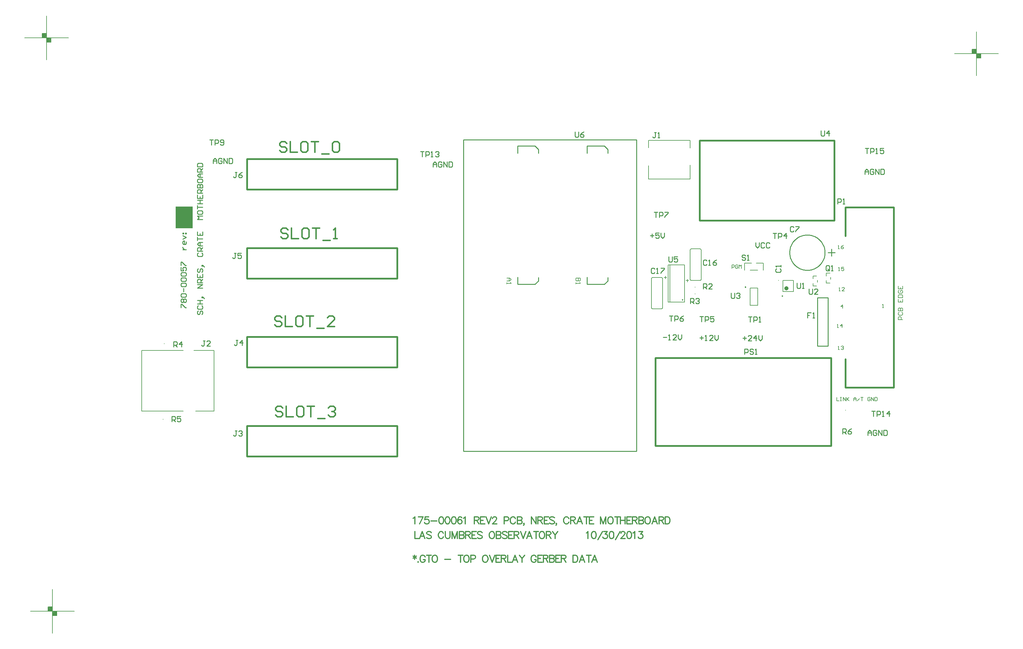
<source format=gto>
%FSLAX23Y23*%
%MOIN*%
G70*
G01*
G75*
G04 Layer_Color=65535*
%ADD10R,0.050X0.050*%
%ADD11R,0.100X0.100*%
%ADD12R,0.039X0.059*%
%ADD13O,0.079X0.024*%
%ADD14R,0.036X0.036*%
%ADD15O,0.014X0.067*%
%ADD16R,0.050X0.050*%
%ADD17R,0.025X0.100*%
%ADD18R,0.057X0.012*%
%ADD19R,0.025X0.185*%
%ADD20C,0.050*%
%ADD21C,0.025*%
%ADD22C,0.010*%
%ADD23C,0.006*%
%ADD24C,0.012*%
%ADD25C,0.008*%
%ADD26C,0.012*%
%ADD27C,0.012*%
%ADD28C,0.166*%
%ADD29C,0.080*%
%ADD30R,0.063X0.063*%
%ADD31C,0.063*%
%ADD32C,0.120*%
%ADD33R,0.120X0.120*%
%ADD34C,0.079*%
%ADD35R,0.079X0.079*%
%ADD36R,0.115X0.115*%
%ADD37C,0.115*%
%ADD38C,0.059*%
%ADD39C,0.065*%
%ADD40C,0.100*%
%ADD41C,0.116*%
%ADD42C,0.059*%
%ADD43R,0.059X0.059*%
%ADD44C,0.039*%
%ADD45C,0.220*%
%ADD46C,0.157*%
%ADD47C,0.070*%
%ADD48C,0.050*%
%ADD49C,0.020*%
%ADD50C,0.040*%
%ADD51C,0.206*%
%ADD52C,0.092*%
%ADD53C,0.079*%
%ADD54C,0.118*%
G04:AMPARAMS|DCode=55|XSize=138mil|YSize=138mil|CornerRadius=0mil|HoleSize=0mil|Usage=FLASHONLY|Rotation=0.000|XOffset=0mil|YOffset=0mil|HoleType=Round|Shape=Relief|Width=10mil|Gap=10mil|Entries=4|*
%AMTHD55*
7,0,0,0.138,0.118,0.010,45*
%
%ADD55THD55*%
G04:AMPARAMS|DCode=56|XSize=107.244mil|YSize=107.244mil|CornerRadius=0mil|HoleSize=0mil|Usage=FLASHONLY|Rotation=0.000|XOffset=0mil|YOffset=0mil|HoleType=Round|Shape=Relief|Width=10mil|Gap=10mil|Entries=4|*
%AMTHD56*
7,0,0,0.107,0.087,0.010,45*
%
%ADD56THD56*%
%ADD57C,0.087*%
%ADD58C,0.190*%
G04:AMPARAMS|DCode=59|XSize=112mil|YSize=112mil|CornerRadius=0mil|HoleSize=0mil|Usage=FLASHONLY|Rotation=0.000|XOffset=0mil|YOffset=0mil|HoleType=Round|Shape=Relief|Width=10mil|Gap=10mil|Entries=4|*
%AMTHD59*
7,0,0,0.112,0.092,0.010,45*
%
%ADD59THD59*%
G04:AMPARAMS|DCode=60|XSize=100mil|YSize=100mil|CornerRadius=0mil|HoleSize=0mil|Usage=FLASHONLY|Rotation=0.000|XOffset=0mil|YOffset=0mil|HoleType=Round|Shape=Relief|Width=10mil|Gap=10mil|Entries=4|*
%AMTHD60*
7,0,0,0.100,0.080,0.010,45*
%
%ADD60THD60*%
G04:AMPARAMS|DCode=61|XSize=123mil|YSize=123mil|CornerRadius=0mil|HoleSize=0mil|Usage=FLASHONLY|Rotation=0.000|XOffset=0mil|YOffset=0mil|HoleType=Round|Shape=Relief|Width=10mil|Gap=10mil|Entries=4|*
%AMTHD61*
7,0,0,0.123,0.103,0.010,45*
%
%ADD61THD61*%
%ADD62C,0.168*%
%ADD63C,0.075*%
%ADD64C,0.080*%
%ADD65C,0.076*%
G04:AMPARAMS|DCode=66|XSize=96.221mil|YSize=96.221mil|CornerRadius=0mil|HoleSize=0mil|Usage=FLASHONLY|Rotation=0.000|XOffset=0mil|YOffset=0mil|HoleType=Round|Shape=Relief|Width=10mil|Gap=10mil|Entries=4|*
%AMTHD66*
7,0,0,0.096,0.076,0.010,45*
%
%ADD66THD66*%
G04:AMPARAMS|DCode=67|XSize=150.551mil|YSize=150.551mil|CornerRadius=0mil|HoleSize=0mil|Usage=FLASHONLY|Rotation=0.000|XOffset=0mil|YOffset=0mil|HoleType=Round|Shape=Relief|Width=10mil|Gap=10mil|Entries=4|*
%AMTHD67*
7,0,0,0.151,0.131,0.010,45*
%
%ADD67THD67*%
G04:AMPARAMS|DCode=68|XSize=91mil|YSize=91mil|CornerRadius=0mil|HoleSize=0mil|Usage=FLASHONLY|Rotation=0.000|XOffset=0mil|YOffset=0mil|HoleType=Round|Shape=Relief|Width=10mil|Gap=10mil|Entries=4|*
%AMTHD68*
7,0,0,0.091,0.071,0.010,45*
%
%ADD68THD68*%
%ADD69C,0.071*%
%ADD70C,0.068*%
G04:AMPARAMS|DCode=71|XSize=70mil|YSize=70mil|CornerRadius=0mil|HoleSize=0mil|Usage=FLASHONLY|Rotation=0.000|XOffset=0mil|YOffset=0mil|HoleType=Round|Shape=Relief|Width=10mil|Gap=10mil|Entries=4|*
%AMTHD71*
7,0,0,0.070,0.050,0.010,45*
%
%ADD71THD71*%
G04:AMPARAMS|DCode=72|XSize=88mil|YSize=88mil|CornerRadius=0mil|HoleSize=0mil|Usage=FLASHONLY|Rotation=0.000|XOffset=0mil|YOffset=0mil|HoleType=Round|Shape=Relief|Width=10mil|Gap=10mil|Entries=4|*
%AMTHD72*
7,0,0,0.088,0.068,0.010,45*
%
%ADD72THD72*%
%ADD73C,0.020*%
%ADD74C,0.103*%
%ADD75C,0.131*%
%ADD76C,0.005*%
%ADD77R,0.060X0.086*%
%ADD78R,0.100X0.100*%
%ADD79R,0.102X0.094*%
%ADD80R,0.059X0.087*%
%ADD81R,0.094X0.102*%
%ADD82R,0.045X0.017*%
%ADD83R,0.053X0.053*%
%ADD84R,0.053X0.035*%
%ADD85C,0.010*%
%ADD86C,0.010*%
%ADD87C,0.024*%
%ADD88C,0.007*%
%ADD89C,0.008*%
%ADD90C,0.007*%
%ADD91C,0.015*%
%ADD92R,0.194X0.245*%
D22*
X18080Y12627D02*
X18080Y12637D01*
X18079Y12646D01*
X18078Y12656D01*
X18076Y12666D01*
X18074Y12676D01*
X18071Y12686D01*
X18068Y12695D01*
X18064Y12704D01*
X18060Y12714D01*
X18055Y12723D01*
X18050Y12731D01*
X18045Y12740D01*
X18039Y12748D01*
X18033Y12756D01*
X18026Y12763D01*
X18019Y12770D01*
X18012Y12777D01*
X18004Y12783D01*
X17996Y12789D01*
X17988Y12795D01*
X17979Y12800D01*
X17971Y12805D01*
X17962Y12809D01*
X17952Y12813D01*
X17943Y12817D01*
X17933Y12820D01*
X17924Y12822D01*
X17914Y12824D01*
X17904Y12826D01*
X17894Y12827D01*
X17884Y12827D01*
X17874D01*
X17864Y12827D01*
X17854Y12826D01*
X17844Y12824D01*
X17834Y12822D01*
X17825Y12820D01*
X17815Y12817D01*
X17806Y12813D01*
X17796Y12809D01*
X17787Y12805D01*
X17779Y12800D01*
X17770Y12795D01*
X17762Y12789D01*
X17754Y12783D01*
X17746Y12777D01*
X17739Y12770D01*
X17732Y12763D01*
X17725Y12756D01*
X17719Y12748D01*
X17713Y12740D01*
X17708Y12731D01*
X17703Y12723D01*
X17698Y12714D01*
X17694Y12704D01*
X17690Y12695D01*
X17687Y12686D01*
X17685Y12676D01*
X17682Y12666D01*
X17681Y12656D01*
X17679Y12646D01*
X17679Y12637D01*
X17678Y12627D01*
X17679Y12616D01*
X17679Y12607D01*
X17681Y12597D01*
X17682Y12587D01*
X17685Y12577D01*
X17687Y12567D01*
X17690Y12558D01*
X17694Y12549D01*
X17698Y12539D01*
X17703Y12530D01*
X17708Y12522D01*
X17713Y12513D01*
X17719Y12505D01*
X17725Y12497D01*
X17732Y12490D01*
X17739Y12483D01*
X17746Y12476D01*
X17754Y12470D01*
X17762Y12464D01*
X17770Y12458D01*
X17779Y12453D01*
X17787Y12448D01*
X17796Y12444D01*
X17806Y12440D01*
X17815Y12436D01*
X17825Y12433D01*
X17834Y12431D01*
X17844Y12429D01*
X17854Y12427D01*
X17864Y12426D01*
X17874Y12426D01*
X17884D01*
X17894Y12426D01*
X17904Y12427D01*
X17914Y12429D01*
X17924Y12431D01*
X17933Y12433D01*
X17943Y12436D01*
X17952Y12440D01*
X17962Y12444D01*
X17971Y12448D01*
X17979Y12453D01*
X17988Y12458D01*
X17996Y12464D01*
X18004Y12470D01*
X18012Y12476D01*
X18019Y12483D01*
X18026Y12490D01*
X18033Y12497D01*
X18039Y12505D01*
X18045Y12513D01*
X18050Y12522D01*
X18055Y12530D01*
X18060Y12539D01*
X18064Y12549D01*
X18068Y12558D01*
X18071Y12567D01*
X18074Y12577D01*
X18076Y12587D01*
X18078Y12597D01*
X18079Y12607D01*
X18080Y12616D01*
X18080Y12627D01*
X18155D02*
Y12666D01*
Y12627D02*
X18194D01*
X18155Y12587D02*
Y12627D01*
X18115D02*
X18155D01*
X17997Y11562D02*
Y11837D01*
Y11562D02*
X18116D01*
Y12113D01*
X17997D02*
X18116D01*
X17997Y11837D02*
Y12113D01*
X17530Y12443D02*
X17520Y12433D01*
Y12413D01*
X17530Y12403D01*
X17570D01*
X17580Y12413D01*
Y12433D01*
X17570Y12443D01*
X17580Y12463D02*
Y12483D01*
Y12473D01*
X17520D01*
X17530Y12463D01*
X17724Y12912D02*
X17714Y12922D01*
X17694D01*
X17684Y12912D01*
Y12872D01*
X17694Y12862D01*
X17714D01*
X17724Y12872D01*
X17744Y12922D02*
X17784D01*
Y12912D01*
X17744Y12872D01*
Y12862D01*
X16737Y12533D02*
X16727Y12543D01*
X16707D01*
X16697Y12533D01*
Y12493D01*
X16707Y12483D01*
X16727D01*
X16737Y12493D01*
X16757Y12483D02*
X16777D01*
X16767D01*
Y12543D01*
X16757Y12533D01*
X16847Y12543D02*
X16827Y12533D01*
X16807Y12513D01*
Y12493D01*
X16817Y12483D01*
X16837D01*
X16847Y12493D01*
Y12503D01*
X16837Y12513D01*
X16807D01*
X16141Y12438D02*
X16131Y12448D01*
X16111D01*
X16101Y12438D01*
Y12398D01*
X16111Y12388D01*
X16131D01*
X16141Y12398D01*
X16161Y12388D02*
X16181D01*
X16171D01*
Y12448D01*
X16161Y12438D01*
X16211Y12448D02*
X16251D01*
Y12438D01*
X16211Y12398D01*
Y12388D01*
X17923Y11944D02*
X17883D01*
Y11914D01*
X17903D01*
X17883D01*
Y11884D01*
X17943D02*
X17963D01*
X17953D01*
Y11944D01*
X17943Y11934D01*
X16159Y13994D02*
X16139D01*
X16149D01*
Y13944D01*
X16139Y13934D01*
X16129D01*
X16119Y13944D01*
X16179Y13934D02*
X16199D01*
X16189D01*
Y13994D01*
X16179Y13984D01*
X11022Y11624D02*
X11002D01*
X11012D01*
Y11574D01*
X11002Y11564D01*
X10992D01*
X10982Y11574D01*
X11082Y11564D02*
X11042D01*
X11082Y11604D01*
Y11614D01*
X11072Y11624D01*
X11052D01*
X11042Y11614D01*
X11384Y10600D02*
X11364D01*
X11374D01*
Y10550D01*
X11364Y10540D01*
X11354D01*
X11344Y10550D01*
X11404Y10590D02*
X11414Y10600D01*
X11434D01*
X11444Y10590D01*
Y10580D01*
X11434Y10570D01*
X11424D01*
X11434D01*
X11444Y10560D01*
Y10550D01*
X11434Y10540D01*
X11414D01*
X11404Y10550D01*
X11394Y11629D02*
X11374D01*
X11384D01*
Y11579D01*
X11374Y11569D01*
X11364D01*
X11354Y11579D01*
X11444Y11569D02*
Y11629D01*
X11414Y11599D01*
X11454D01*
X11375Y12619D02*
X11355D01*
X11365D01*
Y12569D01*
X11355Y12559D01*
X11345D01*
X11335Y12569D01*
X11435Y12619D02*
X11395D01*
Y12589D01*
X11415Y12599D01*
X11425D01*
X11435Y12589D01*
Y12569D01*
X11425Y12559D01*
X11405D01*
X11395Y12569D01*
X11384Y13538D02*
X11364D01*
X11374D01*
Y13488D01*
X11364Y13478D01*
X11354D01*
X11344Y13488D01*
X11444Y13538D02*
X11424Y13528D01*
X11404Y13508D01*
Y13488D01*
X11414Y13478D01*
X11434D01*
X11444Y13488D01*
Y13498D01*
X11434Y13508D01*
X11404D01*
X18224Y13178D02*
Y13238D01*
X18254D01*
X18264Y13228D01*
Y13208D01*
X18254Y13198D01*
X18224D01*
X18284Y13178D02*
X18304D01*
X18294D01*
Y13238D01*
X18284Y13228D01*
X17164Y11470D02*
Y11530D01*
X17194D01*
X17204Y11520D01*
Y11500D01*
X17194Y11490D01*
X17164D01*
X17264Y11520D02*
X17254Y11530D01*
X17234D01*
X17224Y11520D01*
Y11510D01*
X17234Y11500D01*
X17254D01*
X17264Y11490D01*
Y11480D01*
X17254Y11470D01*
X17234D01*
X17224Y11480D01*
X17284Y11470D02*
X17304D01*
X17294D01*
Y11530D01*
X17284Y11520D01*
X18131Y12431D02*
Y12471D01*
X18121Y12481D01*
X18101D01*
X18091Y12471D01*
Y12431D01*
X18101Y12421D01*
X18121D01*
X18111Y12441D02*
X18131Y12421D01*
X18121D02*
X18131Y12431D01*
X18151Y12421D02*
X18171D01*
X18161D01*
Y12481D01*
X18151Y12471D01*
X16696Y12214D02*
Y12274D01*
X16726D01*
X16736Y12264D01*
Y12244D01*
X16726Y12234D01*
X16696D01*
X16716D02*
X16736Y12214D01*
X16796D02*
X16756D01*
X16796Y12254D01*
Y12264D01*
X16786Y12274D01*
X16766D01*
X16756Y12264D01*
X16550Y12047D02*
Y12107D01*
X16580D01*
X16590Y12097D01*
Y12077D01*
X16580Y12067D01*
X16550D01*
X16570D02*
X16590Y12047D01*
X16610Y12097D02*
X16620Y12107D01*
X16640D01*
X16650Y12097D01*
Y12087D01*
X16640Y12077D01*
X16630D01*
X16640D01*
X16650Y12067D01*
Y12057D01*
X16640Y12047D01*
X16620D01*
X16610Y12057D01*
X10665Y11553D02*
Y11613D01*
X10695D01*
X10705Y11603D01*
Y11583D01*
X10695Y11573D01*
X10665D01*
X10685D02*
X10705Y11553D01*
X10755D02*
Y11613D01*
X10725Y11583D01*
X10765D01*
X10646Y10703D02*
Y10763D01*
X10676D01*
X10686Y10753D01*
Y10733D01*
X10676Y10723D01*
X10646D01*
X10666D02*
X10686Y10703D01*
X10746Y10763D02*
X10706D01*
Y10733D01*
X10726Y10743D01*
X10736D01*
X10746Y10733D01*
Y10713D01*
X10736Y10703D01*
X10716D01*
X10706Y10713D01*
X17177Y12589D02*
X17167Y12599D01*
X17147D01*
X17137Y12589D01*
Y12579D01*
X17147Y12569D01*
X17167D01*
X17177Y12559D01*
Y12549D01*
X17167Y12539D01*
X17147D01*
X17137Y12549D01*
X17197Y12539D02*
X17217D01*
X17207D01*
Y12599D01*
X17197Y12589D01*
X17208Y11895D02*
X17248D01*
X17228D01*
Y11835D01*
X17268D02*
Y11895D01*
X17298D01*
X17308Y11885D01*
Y11865D01*
X17298Y11855D01*
X17268D01*
X17328Y11835D02*
X17348D01*
X17338D01*
Y11895D01*
X17328Y11885D01*
X17488Y12845D02*
X17528D01*
X17508D01*
Y12785D01*
X17548D02*
Y12845D01*
X17578D01*
X17588Y12835D01*
Y12815D01*
X17578Y12805D01*
X17548D01*
X17638Y12785D02*
Y12845D01*
X17608Y12815D01*
X17648D01*
X16657Y11901D02*
X16697D01*
X16677D01*
Y11841D01*
X16717D02*
Y11901D01*
X16747D01*
X16757Y11891D01*
Y11871D01*
X16747Y11861D01*
X16717D01*
X16817Y11901D02*
X16777D01*
Y11871D01*
X16797Y11881D01*
X16807D01*
X16817Y11871D01*
Y11851D01*
X16807Y11841D01*
X16787D01*
X16777Y11851D01*
X16308Y11906D02*
X16348D01*
X16328D01*
Y11846D01*
X16368D02*
Y11906D01*
X16398D01*
X16408Y11896D01*
Y11876D01*
X16398Y11866D01*
X16368D01*
X16468Y11906D02*
X16448Y11896D01*
X16428Y11876D01*
Y11856D01*
X16438Y11846D01*
X16458D01*
X16468Y11856D01*
Y11866D01*
X16458Y11876D01*
X16428D01*
X16137Y13086D02*
X16177D01*
X16157D01*
Y13026D01*
X16197D02*
Y13086D01*
X16227D01*
X16237Y13076D01*
Y13056D01*
X16227Y13046D01*
X16197D01*
X16257Y13086D02*
X16297D01*
Y13076D01*
X16257Y13036D01*
Y13026D01*
X11076Y13909D02*
X11116D01*
X11096D01*
Y13849D01*
X11136D02*
Y13909D01*
X11166D01*
X11176Y13899D01*
Y13879D01*
X11166Y13869D01*
X11136D01*
X11196Y13859D02*
X11206Y13849D01*
X11226D01*
X11236Y13859D01*
Y13899D01*
X11226Y13909D01*
X11206D01*
X11196Y13899D01*
Y13889D01*
X11206Y13879D01*
X11236D01*
X13474Y13777D02*
X13514D01*
X13494D01*
Y13717D01*
X13534D02*
Y13777D01*
X13564D01*
X13574Y13767D01*
Y13747D01*
X13564Y13737D01*
X13534D01*
X13594Y13717D02*
X13614D01*
X13604D01*
Y13777D01*
X13594Y13767D01*
X13644D02*
X13654Y13777D01*
X13674D01*
X13684Y13767D01*
Y13757D01*
X13674Y13747D01*
X13664D01*
X13674D01*
X13684Y13737D01*
Y13727D01*
X13674Y13717D01*
X13654D01*
X13644Y13727D01*
X18613Y10822D02*
X18653D01*
X18633D01*
Y10762D01*
X18673D02*
Y10822D01*
X18703D01*
X18713Y10812D01*
Y10792D01*
X18703Y10782D01*
X18673D01*
X18733Y10762D02*
X18753D01*
X18743D01*
Y10822D01*
X18733Y10812D01*
X18813Y10762D02*
Y10822D01*
X18783Y10792D01*
X18823D01*
X18540Y13812D02*
X18580D01*
X18560D01*
Y13752D01*
X18600D02*
Y13812D01*
X18630D01*
X18640Y13802D01*
Y13782D01*
X18630Y13772D01*
X18600D01*
X18660Y13752D02*
X18680D01*
X18670D01*
Y13812D01*
X18660Y13802D01*
X18750Y13812D02*
X18710D01*
Y13782D01*
X18730Y13792D01*
X18740D01*
X18750Y13782D01*
Y13762D01*
X18740Y13752D01*
X18720D01*
X18710Y13762D01*
X17761Y12278D02*
Y12228D01*
X17771Y12218D01*
X17791D01*
X17801Y12228D01*
Y12278D01*
X17821Y12218D02*
X17841D01*
X17831D01*
Y12278D01*
X17821Y12268D01*
X17898Y12213D02*
Y12163D01*
X17908Y12153D01*
X17928D01*
X17938Y12163D01*
Y12213D01*
X17998Y12153D02*
X17958D01*
X17998Y12193D01*
Y12203D01*
X17988Y12213D01*
X17968D01*
X17958Y12203D01*
X17013Y12165D02*
Y12115D01*
X17023Y12105D01*
X17043D01*
X17053Y12115D01*
Y12165D01*
X17073Y12155D02*
X17083Y12165D01*
X17103D01*
X17113Y12155D01*
Y12145D01*
X17103Y12135D01*
X17093D01*
X17103D01*
X17113Y12125D01*
Y12115D01*
X17103Y12105D01*
X17083D01*
X17073Y12115D01*
X18036Y14013D02*
Y13963D01*
X18046Y13953D01*
X18066D01*
X18076Y13963D01*
Y14013D01*
X18126Y13953D02*
Y14013D01*
X18096Y13983D01*
X18136D01*
X16303Y12579D02*
Y12529D01*
X16313Y12519D01*
X16333D01*
X16343Y12529D01*
Y12579D01*
X16403D02*
X16363D01*
Y12549D01*
X16383Y12559D01*
X16393D01*
X16403Y12549D01*
Y12529D01*
X16393Y12519D01*
X16373D01*
X16363Y12529D01*
X15235Y13999D02*
Y13949D01*
X15245Y13939D01*
X15265D01*
X15275Y13949D01*
Y13999D01*
X15335D02*
X15315Y13989D01*
X15295Y13969D01*
Y13949D01*
X15305Y13939D01*
X15325D01*
X15335Y13949D01*
Y13959D01*
X15325Y13969D01*
X15295D01*
X18282Y10563D02*
Y10623D01*
X18312D01*
X18322Y10613D01*
Y10593D01*
X18312Y10583D01*
X18282D01*
X18302D02*
X18322Y10563D01*
X18382Y10623D02*
X18362Y10613D01*
X18342Y10593D01*
Y10573D01*
X18352Y10563D01*
X18372D01*
X18382Y10573D01*
Y10583D01*
X18372Y10593D01*
X18342D01*
X16239Y11662D02*
X16279D01*
X16299Y11632D02*
X16319D01*
X16309D01*
Y11692D01*
X16299Y11682D01*
X16389Y11632D02*
X16349D01*
X16389Y11672D01*
Y11682D01*
X16379Y11692D01*
X16359D01*
X16349Y11682D01*
X16409Y11692D02*
Y11652D01*
X16429Y11632D01*
X16449Y11652D01*
Y11692D01*
X16654Y11655D02*
X16694D01*
X16674Y11675D02*
Y11635D01*
X16714Y11625D02*
X16734D01*
X16724D01*
Y11685D01*
X16714Y11675D01*
X16804Y11625D02*
X16764D01*
X16804Y11665D01*
Y11675D01*
X16794Y11685D01*
X16774D01*
X16764Y11675D01*
X16824Y11685D02*
Y11645D01*
X16844Y11625D01*
X16864Y11645D01*
Y11685D01*
X17144Y11653D02*
X17184D01*
X17164Y11673D02*
Y11633D01*
X17244Y11623D02*
X17204D01*
X17244Y11663D01*
Y11673D01*
X17234Y11683D01*
X17214D01*
X17204Y11673D01*
X17294Y11623D02*
Y11683D01*
X17264Y11653D01*
X17304D01*
X17324Y11683D02*
Y11643D01*
X17344Y11623D01*
X17364Y11643D01*
Y11683D01*
X17293Y12738D02*
Y12698D01*
X17313Y12678D01*
X17333Y12698D01*
Y12738D01*
X17393Y12728D02*
X17383Y12738D01*
X17363D01*
X17353Y12728D01*
Y12688D01*
X17363Y12678D01*
X17383D01*
X17393Y12688D01*
X17453Y12728D02*
X17443Y12738D01*
X17423D01*
X17413Y12728D01*
Y12688D01*
X17423Y12678D01*
X17443D01*
X17453Y12688D01*
X16093Y12821D02*
X16133D01*
X16113Y12841D02*
Y12801D01*
X16193Y12851D02*
X16153D01*
Y12821D01*
X16173Y12831D01*
X16183D01*
X16193Y12821D01*
Y12801D01*
X16183Y12791D01*
X16163D01*
X16153Y12801D01*
X16213Y12851D02*
Y12811D01*
X16233Y12791D01*
X16253Y12811D01*
Y12851D01*
X11115Y13640D02*
Y13680D01*
X11135Y13700D01*
X11155Y13680D01*
Y13640D01*
Y13670D01*
X11115D01*
X11215Y13690D02*
X11205Y13700D01*
X11185D01*
X11175Y13690D01*
Y13650D01*
X11185Y13640D01*
X11205D01*
X11215Y13650D01*
Y13670D01*
X11195D01*
X11235Y13640D02*
Y13700D01*
X11275Y13640D01*
Y13700D01*
X11295D02*
Y13640D01*
X11325D01*
X11335Y13650D01*
Y13690D01*
X11325Y13700D01*
X11295D01*
X13619Y13598D02*
Y13638D01*
X13639Y13658D01*
X13659Y13638D01*
Y13598D01*
Y13628D01*
X13619D01*
X13719Y13648D02*
X13709Y13658D01*
X13689D01*
X13679Y13648D01*
Y13608D01*
X13689Y13598D01*
X13709D01*
X13719Y13608D01*
Y13628D01*
X13699D01*
X13739Y13598D02*
Y13658D01*
X13779Y13598D01*
Y13658D01*
X13799D02*
Y13598D01*
X13829D01*
X13839Y13608D01*
Y13648D01*
X13829Y13658D01*
X13799D01*
X18569Y10545D02*
Y10585D01*
X18589Y10605D01*
X18609Y10585D01*
Y10545D01*
Y10575D01*
X18569D01*
X18669Y10595D02*
X18659Y10605D01*
X18639D01*
X18629Y10595D01*
Y10555D01*
X18639Y10545D01*
X18659D01*
X18669Y10555D01*
Y10575D01*
X18649D01*
X18689Y10545D02*
Y10605D01*
X18729Y10545D01*
Y10605D01*
X18749D02*
Y10545D01*
X18779D01*
X18789Y10555D01*
Y10595D01*
X18779Y10605D01*
X18749D01*
X18537Y13516D02*
Y13556D01*
X18557Y13576D01*
X18577Y13556D01*
Y13516D01*
Y13546D01*
X18537D01*
X18637Y13566D02*
X18627Y13576D01*
X18607D01*
X18597Y13566D01*
Y13526D01*
X18607Y13516D01*
X18627D01*
X18637Y13526D01*
Y13546D01*
X18617D01*
X18657Y13516D02*
Y13576D01*
X18697Y13516D01*
Y13576D01*
X18717D02*
Y13516D01*
X18747D01*
X18757Y13526D01*
Y13566D01*
X18747Y13576D01*
X18717D01*
X10750Y12001D02*
Y12041D01*
X10760D01*
X10800Y12001D01*
X10810D01*
X10760Y12061D02*
X10750Y12071D01*
Y12091D01*
X10760Y12101D01*
X10770D01*
X10780Y12091D01*
X10790Y12101D01*
X10800D01*
X10810Y12091D01*
Y12071D01*
X10800Y12061D01*
X10790D01*
X10780Y12071D01*
X10770Y12061D01*
X10760D01*
X10780Y12071D02*
Y12091D01*
X10760Y12121D02*
X10750Y12131D01*
Y12151D01*
X10760Y12161D01*
X10800D01*
X10810Y12151D01*
Y12131D01*
X10800Y12121D01*
X10760D01*
X10780Y12181D02*
Y12221D01*
X10760Y12241D02*
X10750Y12251D01*
Y12271D01*
X10760Y12281D01*
X10800D01*
X10810Y12271D01*
Y12251D01*
X10800Y12241D01*
X10760D01*
Y12301D02*
X10750Y12311D01*
Y12331D01*
X10760Y12341D01*
X10800D01*
X10810Y12331D01*
Y12311D01*
X10800Y12301D01*
X10760D01*
Y12361D02*
X10750Y12371D01*
Y12391D01*
X10760Y12401D01*
X10800D01*
X10810Y12391D01*
Y12371D01*
X10800Y12361D01*
X10760D01*
X10750Y12461D02*
Y12421D01*
X10780D01*
X10770Y12441D01*
Y12451D01*
X10780Y12461D01*
X10800D01*
X10810Y12451D01*
Y12431D01*
X10800Y12421D01*
X10750Y12481D02*
Y12521D01*
X10760D01*
X10800Y12481D01*
X10810D01*
X10770Y12661D02*
X10810D01*
X10790D01*
X10780Y12671D01*
X10770Y12681D01*
Y12691D01*
X10810Y12751D02*
Y12731D01*
X10800Y12721D01*
X10780D01*
X10770Y12731D01*
Y12751D01*
X10780Y12761D01*
X10790D01*
Y12721D01*
X10770Y12781D02*
X10810Y12801D01*
X10770Y12821D01*
Y12841D02*
Y12851D01*
X10780D01*
Y12841D01*
X10770D01*
X10800D02*
Y12851D01*
X10810D01*
Y12841D01*
X10800D01*
X10945Y11963D02*
X10935Y11953D01*
Y11933D01*
X10945Y11923D01*
X10955D01*
X10965Y11933D01*
Y11953D01*
X10975Y11963D01*
X10985D01*
X10995Y11953D01*
Y11933D01*
X10985Y11923D01*
X10945Y12023D02*
X10935Y12013D01*
Y11993D01*
X10945Y11983D01*
X10985D01*
X10995Y11993D01*
Y12013D01*
X10985Y12023D01*
X10935Y12043D02*
X10995D01*
X10965D01*
Y12083D01*
X10935D01*
X10995D01*
X11005Y12113D02*
X10995Y12123D01*
X10985D01*
Y12113D01*
X10995D01*
Y12123D01*
X11005Y12113D01*
X11015Y12103D01*
X10995Y12223D02*
X10935D01*
X10995Y12263D01*
X10935D01*
X10995Y12283D02*
X10935D01*
Y12313D01*
X10945Y12323D01*
X10965D01*
X10975Y12313D01*
Y12283D01*
Y12303D02*
X10995Y12323D01*
X10935Y12383D02*
Y12343D01*
X10995D01*
Y12383D01*
X10965Y12343D02*
Y12363D01*
X10945Y12443D02*
X10935Y12433D01*
Y12413D01*
X10945Y12403D01*
X10955D01*
X10965Y12413D01*
Y12433D01*
X10975Y12443D01*
X10985D01*
X10995Y12433D01*
Y12413D01*
X10985Y12403D01*
X11005Y12473D02*
X10995Y12483D01*
X10985D01*
Y12473D01*
X10995D01*
Y12483D01*
X11005Y12473D01*
X11015Y12463D01*
X10945Y12623D02*
X10935Y12613D01*
Y12593D01*
X10945Y12583D01*
X10985D01*
X10995Y12593D01*
Y12613D01*
X10985Y12623D01*
X10995Y12643D02*
X10935D01*
Y12673D01*
X10945Y12683D01*
X10965D01*
X10975Y12673D01*
Y12643D01*
Y12663D02*
X10995Y12683D01*
Y12703D02*
X10955D01*
X10935Y12723D01*
X10955Y12743D01*
X10995D01*
X10965D01*
Y12703D01*
X10935Y12763D02*
Y12803D01*
Y12783D01*
X10995D01*
X10935Y12863D02*
Y12823D01*
X10995D01*
Y12863D01*
X10965Y12823D02*
Y12843D01*
X10995Y13003D02*
X10935D01*
X10955Y13023D01*
X10935Y13043D01*
X10995D01*
X10935Y13093D02*
Y13073D01*
X10945Y13063D01*
X10985D01*
X10995Y13073D01*
Y13093D01*
X10985Y13103D01*
X10945D01*
X10935Y13093D01*
Y13123D02*
Y13163D01*
Y13143D01*
X10995D01*
X10935Y13183D02*
X10995D01*
X10965D01*
Y13223D01*
X10935D01*
X10995D01*
X10935Y13283D02*
Y13243D01*
X10995D01*
Y13283D01*
X10965Y13243D02*
Y13263D01*
X10995Y13303D02*
X10935D01*
Y13333D01*
X10945Y13343D01*
X10965D01*
X10975Y13333D01*
Y13303D01*
Y13323D02*
X10995Y13343D01*
X10935Y13363D02*
X10995D01*
Y13393D01*
X10985Y13403D01*
X10975D01*
X10965Y13393D01*
Y13363D01*
Y13393D01*
X10955Y13403D01*
X10945D01*
X10935Y13393D01*
Y13363D01*
Y13453D02*
Y13433D01*
X10945Y13423D01*
X10985D01*
X10995Y13433D01*
Y13453D01*
X10985Y13463D01*
X10945D01*
X10935Y13453D01*
X10995Y13483D02*
X10955D01*
X10935Y13503D01*
X10955Y13523D01*
X10995D01*
X10965D01*
Y13483D01*
X10995Y13543D02*
X10935D01*
Y13573D01*
X10945Y13583D01*
X10965D01*
X10975Y13573D01*
Y13543D01*
Y13563D02*
X10995Y13583D01*
X10935Y13603D02*
X10995D01*
Y13633D01*
X10985Y13643D01*
X10945D01*
X10935Y13633D01*
Y13603D01*
D23*
X17944Y12359D02*
X17987D01*
X17944Y12245D02*
X17987D01*
X17944Y12328D02*
Y12359D01*
Y12245D02*
Y12276D01*
X17994Y12291D02*
Y12313D01*
X18097Y12392D02*
X18140D01*
X18097Y12278D02*
X18140D01*
X18097Y12361D02*
Y12392D01*
Y12278D02*
Y12309D01*
X18147Y12324D02*
Y12346D01*
X17022Y12445D02*
Y12485D01*
X17042D01*
X17049Y12479D01*
Y12465D01*
X17042Y12459D01*
X17022D01*
X17089Y12479D02*
X17082Y12485D01*
X17069D01*
X17062Y12479D01*
Y12452D01*
X17069Y12445D01*
X17082D01*
X17089Y12452D01*
Y12465D01*
X17075D01*
X17102Y12445D02*
Y12485D01*
X17115Y12472D01*
X17129Y12485D01*
Y12445D01*
D24*
X13410Y9183D02*
Y9137D01*
X13391Y9172D02*
X13429Y9149D01*
Y9172D02*
X13391Y9149D01*
X13449Y9111D02*
X13445Y9107D01*
X13449Y9103D01*
X13453Y9107D01*
X13449Y9111D01*
X13528Y9164D02*
X13524Y9172D01*
X13516Y9179D01*
X13509Y9183D01*
X13493D01*
X13486Y9179D01*
X13478Y9172D01*
X13474Y9164D01*
X13471Y9153D01*
Y9133D01*
X13474Y9122D01*
X13478Y9114D01*
X13486Y9107D01*
X13493Y9103D01*
X13509D01*
X13516Y9107D01*
X13524Y9114D01*
X13528Y9122D01*
Y9133D01*
X13509D02*
X13528D01*
X13573Y9183D02*
Y9103D01*
X13546Y9183D02*
X13599D01*
X13632D02*
X13624Y9179D01*
X13616Y9172D01*
X13613Y9164D01*
X13609Y9153D01*
Y9133D01*
X13613Y9122D01*
X13616Y9114D01*
X13624Y9107D01*
X13632Y9103D01*
X13647D01*
X13655Y9107D01*
X13662Y9114D01*
X13666Y9122D01*
X13670Y9133D01*
Y9153D01*
X13666Y9164D01*
X13662Y9172D01*
X13655Y9179D01*
X13647Y9183D01*
X13632D01*
X13751Y9137D02*
X13820D01*
X13933Y9183D02*
Y9103D01*
X13906Y9183D02*
X13960D01*
X13992D02*
X13984Y9179D01*
X13977Y9172D01*
X13973Y9164D01*
X13969Y9153D01*
Y9133D01*
X13973Y9122D01*
X13977Y9114D01*
X13984Y9107D01*
X13992Y9103D01*
X14007D01*
X14015Y9107D01*
X14022Y9114D01*
X14026Y9122D01*
X14030Y9133D01*
Y9153D01*
X14026Y9164D01*
X14022Y9172D01*
X14015Y9179D01*
X14007Y9183D01*
X13992D01*
X14049Y9141D02*
X14083D01*
X14094Y9145D01*
X14098Y9149D01*
X14102Y9156D01*
Y9168D01*
X14098Y9175D01*
X14094Y9179D01*
X14083Y9183D01*
X14049D01*
Y9103D01*
X14206Y9183D02*
X14198Y9179D01*
X14190Y9172D01*
X14187Y9164D01*
X14183Y9153D01*
Y9133D01*
X14187Y9122D01*
X14190Y9114D01*
X14198Y9107D01*
X14206Y9103D01*
X14221D01*
X14229Y9107D01*
X14236Y9114D01*
X14240Y9122D01*
X14244Y9133D01*
Y9153D01*
X14240Y9164D01*
X14236Y9172D01*
X14229Y9179D01*
X14221Y9183D01*
X14206D01*
X14262D02*
X14293Y9103D01*
X14323Y9183D02*
X14293Y9103D01*
X14383Y9183D02*
X14334D01*
Y9103D01*
X14383D01*
X14334Y9145D02*
X14364D01*
X14396Y9183D02*
Y9103D01*
Y9183D02*
X14431D01*
X14442Y9179D01*
X14446Y9175D01*
X14450Y9168D01*
Y9160D01*
X14446Y9153D01*
X14442Y9149D01*
X14431Y9145D01*
X14396D01*
X14423D02*
X14450Y9103D01*
X14468Y9183D02*
Y9103D01*
X14513D01*
X14583D02*
X14553Y9183D01*
X14522Y9103D01*
X14534Y9130D02*
X14572D01*
X14602Y9183D02*
X14632Y9145D01*
Y9103D01*
X14663Y9183D02*
X14632Y9145D01*
X14793Y9164D02*
X14789Y9172D01*
X14782Y9179D01*
X14774Y9183D01*
X14759D01*
X14751Y9179D01*
X14743Y9172D01*
X14740Y9164D01*
X14736Y9153D01*
Y9133D01*
X14740Y9122D01*
X14743Y9114D01*
X14751Y9107D01*
X14759Y9103D01*
X14774D01*
X14782Y9107D01*
X14789Y9114D01*
X14793Y9122D01*
Y9133D01*
X14774D02*
X14793D01*
X14861Y9183D02*
X14811D01*
Y9103D01*
X14861D01*
X14811Y9145D02*
X14842D01*
X14874Y9183D02*
Y9103D01*
Y9183D02*
X14908D01*
X14920Y9179D01*
X14924Y9175D01*
X14927Y9168D01*
Y9160D01*
X14924Y9153D01*
X14920Y9149D01*
X14908Y9145D01*
X14874D01*
X14901D02*
X14927Y9103D01*
X14945Y9183D02*
Y9103D01*
Y9183D02*
X14980D01*
X14991Y9179D01*
X14995Y9175D01*
X14999Y9168D01*
Y9160D01*
X14995Y9153D01*
X14991Y9149D01*
X14980Y9145D01*
X14945D02*
X14980D01*
X14991Y9141D01*
X14995Y9137D01*
X14999Y9130D01*
Y9118D01*
X14995Y9111D01*
X14991Y9107D01*
X14980Y9103D01*
X14945D01*
X15066Y9183D02*
X15017D01*
Y9103D01*
X15066D01*
X15017Y9145D02*
X15047D01*
X15079Y9183D02*
Y9103D01*
Y9183D02*
X15114D01*
X15125Y9179D01*
X15129Y9175D01*
X15133Y9168D01*
Y9160D01*
X15129Y9153D01*
X15125Y9149D01*
X15114Y9145D01*
X15079D01*
X15106D02*
X15133Y9103D01*
X15213Y9183D02*
Y9103D01*
Y9183D02*
X15240D01*
X15252Y9179D01*
X15259Y9172D01*
X15263Y9164D01*
X15267Y9153D01*
Y9133D01*
X15263Y9122D01*
X15259Y9114D01*
X15252Y9107D01*
X15240Y9103D01*
X15213D01*
X15346D02*
X15315Y9183D01*
X15285Y9103D01*
X15296Y9130D02*
X15334D01*
X15391Y9183D02*
Y9103D01*
X15364Y9183D02*
X15418D01*
X15488Y9103D02*
X15458Y9183D01*
X15427Y9103D01*
X15439Y9130D02*
X15477D01*
D25*
X16545Y12324D02*
X16550Y12314D01*
X16559Y12310D01*
X16659D02*
X16669Y12314D01*
X16673Y12324D01*
Y12654D02*
X16669Y12664D01*
X16659Y12668D01*
X16559D02*
X16550Y12664D01*
X16545Y12654D01*
X16233Y12330D02*
X16229Y12339D01*
X16219Y12344D01*
X16119D02*
X16110Y12339D01*
X16105Y12330D01*
Y12000D02*
X16110Y11990D01*
X16119Y11986D01*
X16219D02*
X16229Y11990D01*
X16233Y12000D01*
X16673Y12324D02*
Y12654D01*
X16545Y12324D02*
Y12654D01*
X16559Y12310D02*
X16659D01*
X16559Y12668D02*
X16659D01*
X16105Y12000D02*
Y12330D01*
X16233Y12000D02*
Y12330D01*
X16119Y12344D02*
X16219D01*
X16119Y11986D02*
X16219D01*
X18966Y11864D02*
X18916D01*
Y11889D01*
X18924Y11897D01*
X18941D01*
X18949Y11889D01*
Y11864D01*
X18924Y11947D02*
X18916Y11939D01*
Y11922D01*
X18924Y11914D01*
X18957D01*
X18966Y11922D01*
Y11939D01*
X18957Y11947D01*
X18916Y11964D02*
X18966D01*
Y11989D01*
X18957Y11997D01*
X18949D01*
X18941Y11989D01*
Y11964D01*
Y11989D01*
X18932Y11997D01*
X18924D01*
X18916Y11989D01*
Y11964D01*
Y12097D02*
Y12064D01*
X18966D01*
Y12097D01*
X18941Y12064D02*
Y12080D01*
X18916Y12114D02*
X18966D01*
Y12139D01*
X18957Y12147D01*
X18924D01*
X18916Y12139D01*
Y12114D01*
X18924Y12197D02*
X18916Y12189D01*
Y12172D01*
X18924Y12164D01*
X18957D01*
X18966Y12172D01*
Y12189D01*
X18957Y12197D01*
X18941D01*
Y12180D01*
X18916Y12247D02*
Y12214D01*
X18966D01*
Y12247D01*
X18941Y12214D02*
Y12230D01*
X18215Y10980D02*
Y10940D01*
X18242D01*
X18255Y10980D02*
X18268D01*
X18262D01*
Y10940D01*
X18255D01*
X18268D01*
X18288D02*
Y10980D01*
X18315Y10940D01*
Y10980D01*
X18328D02*
Y10940D01*
Y10954D01*
X18355Y10980D01*
X18335Y10960D01*
X18355Y10940D01*
X18408D02*
Y10967D01*
X18421Y10980D01*
X18435Y10967D01*
Y10940D01*
Y10960D01*
X18408D01*
X18448Y10940D02*
X18475Y10967D01*
X18488Y10980D02*
X18515D01*
X18501D01*
Y10940D01*
X18595Y10974D02*
X18588Y10980D01*
X18575D01*
X18568Y10974D01*
Y10947D01*
X18575Y10940D01*
X18588D01*
X18595Y10947D01*
Y10960D01*
X18581D01*
X18608Y10940D02*
Y10980D01*
X18635Y10940D01*
Y10980D01*
X18648D02*
Y10940D01*
X18668D01*
X18675Y10947D01*
Y10974D01*
X18668Y10980D01*
X18648D01*
X9306Y8521D02*
X9316D01*
Y8516D02*
Y8526D01*
X9306D02*
X9316D01*
X9306Y8516D02*
Y8526D01*
Y8516D02*
X9316D01*
X9321D02*
Y8531D01*
X9301D02*
X9321D01*
X9301Y8511D02*
Y8531D01*
Y8511D02*
X9321D01*
X9326D02*
Y8536D01*
X9296D02*
X9326D01*
X9296Y8506D02*
Y8536D01*
Y8506D02*
X9326D01*
X9331Y8501D02*
Y8541D01*
X9291D02*
X9331D01*
X9291Y8501D02*
Y8541D01*
Y8501D02*
X9331D01*
X9256Y8571D02*
X9266D01*
Y8566D02*
Y8576D01*
X9256D02*
X9266D01*
X9256Y8566D02*
Y8576D01*
Y8566D02*
X9266D01*
X9271D02*
Y8581D01*
X9251D02*
X9271D01*
X9251Y8561D02*
Y8581D01*
Y8561D02*
X9271D01*
X9276D02*
Y8586D01*
X9246D02*
X9276D01*
X9246Y8556D02*
Y8586D01*
Y8556D02*
X9276D01*
X9281Y8551D02*
Y8591D01*
X9241D02*
X9281D01*
X9241Y8551D02*
Y8591D01*
Y8551D02*
X9281D01*
X9236Y8596D02*
X9286D01*
X9236Y8546D02*
Y8596D01*
X9286Y8496D02*
X9336D01*
Y8546D01*
X9286Y8296D02*
Y8796D01*
X9036Y8546D02*
X9536D01*
X9240Y15045D02*
X9250D01*
Y15040D02*
Y15050D01*
X9240D02*
X9250D01*
X9240Y15040D02*
Y15050D01*
Y15040D02*
X9250D01*
X9255D02*
Y15055D01*
X9235D02*
X9255D01*
X9235Y15035D02*
Y15055D01*
Y15035D02*
X9255D01*
X9260D02*
Y15060D01*
X9230D02*
X9260D01*
X9230Y15030D02*
Y15060D01*
Y15030D02*
X9260D01*
X9265Y15025D02*
Y15065D01*
X9225D02*
X9265D01*
X9225Y15025D02*
Y15065D01*
Y15025D02*
X9265D01*
X9190Y15095D02*
X9200D01*
Y15090D02*
Y15100D01*
X9190D02*
X9200D01*
X9190Y15090D02*
Y15100D01*
Y15090D02*
X9200D01*
X9205D02*
Y15105D01*
X9185D02*
X9205D01*
X9185Y15085D02*
Y15105D01*
Y15085D02*
X9205D01*
X9210D02*
Y15110D01*
X9180D02*
X9210D01*
X9180Y15080D02*
Y15110D01*
Y15080D02*
X9210D01*
X9215Y15075D02*
Y15115D01*
X9175D02*
X9215D01*
X9175Y15075D02*
Y15115D01*
Y15075D02*
X9215D01*
X9170Y15120D02*
X9220D01*
X9170Y15070D02*
Y15120D01*
X9220Y15020D02*
X9270D01*
Y15070D01*
X9220Y14820D02*
Y15320D01*
X8970Y15070D02*
X9470D01*
X19824Y14865D02*
X19834D01*
Y14860D02*
Y14870D01*
X19824D02*
X19834D01*
X19824Y14860D02*
Y14870D01*
Y14860D02*
X19834D01*
X19839D02*
Y14875D01*
X19819D02*
X19839D01*
X19819Y14855D02*
Y14875D01*
Y14855D02*
X19839D01*
X19844D02*
Y14880D01*
X19814D02*
X19844D01*
X19814Y14850D02*
Y14880D01*
Y14850D02*
X19844D01*
X19849Y14845D02*
Y14885D01*
X19809D02*
X19849D01*
X19809Y14845D02*
Y14885D01*
Y14845D02*
X19849D01*
X19774Y14915D02*
X19784D01*
Y14910D02*
Y14920D01*
X19774D02*
X19784D01*
X19774Y14910D02*
Y14920D01*
Y14910D02*
X19784D01*
X19789D02*
Y14925D01*
X19769D02*
X19789D01*
X19769Y14905D02*
Y14925D01*
Y14905D02*
X19789D01*
X19794D02*
Y14930D01*
X19764D02*
X19794D01*
X19764Y14900D02*
Y14930D01*
Y14900D02*
X19794D01*
X19799Y14895D02*
Y14935D01*
X19759D02*
X19799D01*
X19759Y14895D02*
Y14935D01*
Y14895D02*
X19799D01*
X19754Y14940D02*
X19804D01*
X19754Y14890D02*
Y14940D01*
X19804Y14840D02*
X19854D01*
Y14890D01*
X19804Y14640D02*
Y15140D01*
X19554Y14890D02*
X20054D01*
D26*
X13393Y9604D02*
X13401Y9608D01*
X13412Y9619D01*
Y9539D01*
X13505Y9619D02*
X13467Y9539D01*
X13452Y9619D02*
X13505D01*
X13568D02*
X13530D01*
X13527Y9585D01*
X13530Y9589D01*
X13542Y9593D01*
X13553D01*
X13565Y9589D01*
X13572Y9581D01*
X13576Y9570D01*
Y9562D01*
X13572Y9551D01*
X13565Y9543D01*
X13553Y9539D01*
X13542D01*
X13530Y9543D01*
X13527Y9547D01*
X13523Y9555D01*
X13594Y9574D02*
X13663D01*
X13709Y9619D02*
X13698Y9616D01*
X13690Y9604D01*
X13686Y9585D01*
Y9574D01*
X13690Y9555D01*
X13698Y9543D01*
X13709Y9539D01*
X13717D01*
X13728Y9543D01*
X13736Y9555D01*
X13739Y9574D01*
Y9585D01*
X13736Y9604D01*
X13728Y9616D01*
X13717Y9619D01*
X13709D01*
X13780D02*
X13769Y9616D01*
X13761Y9604D01*
X13757Y9585D01*
Y9574D01*
X13761Y9555D01*
X13769Y9543D01*
X13780Y9539D01*
X13788D01*
X13799Y9543D01*
X13807Y9555D01*
X13811Y9574D01*
Y9585D01*
X13807Y9604D01*
X13799Y9616D01*
X13788Y9619D01*
X13780D01*
X13851D02*
X13840Y9616D01*
X13832Y9604D01*
X13829Y9585D01*
Y9574D01*
X13832Y9555D01*
X13840Y9543D01*
X13851Y9539D01*
X13859D01*
X13871Y9543D01*
X13878Y9555D01*
X13882Y9574D01*
Y9585D01*
X13878Y9604D01*
X13871Y9616D01*
X13859Y9619D01*
X13851D01*
X13946Y9608D02*
X13942Y9616D01*
X13930Y9619D01*
X13923D01*
X13911Y9616D01*
X13904Y9604D01*
X13900Y9585D01*
Y9566D01*
X13904Y9551D01*
X13911Y9543D01*
X13923Y9539D01*
X13926D01*
X13938Y9543D01*
X13946Y9551D01*
X13949Y9562D01*
Y9566D01*
X13946Y9577D01*
X13938Y9585D01*
X13926Y9589D01*
X13923D01*
X13911Y9585D01*
X13904Y9577D01*
X13900Y9566D01*
X13967Y9604D02*
X13974Y9608D01*
X13986Y9619D01*
Y9539D01*
X14088Y9619D02*
Y9539D01*
Y9619D02*
X14123D01*
X14134Y9616D01*
X14138Y9612D01*
X14142Y9604D01*
Y9596D01*
X14138Y9589D01*
X14134Y9585D01*
X14123Y9581D01*
X14088D01*
X14115D02*
X14142Y9539D01*
X14209Y9619D02*
X14160D01*
Y9539D01*
X14209D01*
X14160Y9581D02*
X14190D01*
X14222Y9619D02*
X14253Y9539D01*
X14283Y9619D02*
X14253Y9539D01*
X14297Y9600D02*
Y9604D01*
X14301Y9612D01*
X14305Y9616D01*
X14313Y9619D01*
X14328D01*
X14336Y9616D01*
X14339Y9612D01*
X14343Y9604D01*
Y9596D01*
X14339Y9589D01*
X14332Y9577D01*
X14294Y9539D01*
X14347D01*
X14428Y9577D02*
X14462D01*
X14473Y9581D01*
X14477Y9585D01*
X14481Y9593D01*
Y9604D01*
X14477Y9612D01*
X14473Y9616D01*
X14462Y9619D01*
X14428D01*
Y9539D01*
X14556Y9600D02*
X14552Y9608D01*
X14545Y9616D01*
X14537Y9619D01*
X14522D01*
X14514Y9616D01*
X14507Y9608D01*
X14503Y9600D01*
X14499Y9589D01*
Y9570D01*
X14503Y9558D01*
X14507Y9551D01*
X14514Y9543D01*
X14522Y9539D01*
X14537D01*
X14545Y9543D01*
X14552Y9551D01*
X14556Y9558D01*
X14579Y9619D02*
Y9539D01*
Y9619D02*
X14613D01*
X14624Y9616D01*
X14628Y9612D01*
X14632Y9604D01*
Y9596D01*
X14628Y9589D01*
X14624Y9585D01*
X14613Y9581D01*
X14579D02*
X14613D01*
X14624Y9577D01*
X14628Y9574D01*
X14632Y9566D01*
Y9555D01*
X14628Y9547D01*
X14624Y9543D01*
X14613Y9539D01*
X14579D01*
X14657Y9543D02*
X14654Y9539D01*
X14650Y9543D01*
X14654Y9547D01*
X14657Y9543D01*
Y9536D01*
X14654Y9528D01*
X14650Y9524D01*
X14738Y9619D02*
Y9539D01*
Y9619D02*
X14791Y9539D01*
Y9619D02*
Y9539D01*
X14813Y9619D02*
Y9539D01*
Y9619D02*
X14847D01*
X14859Y9616D01*
X14863Y9612D01*
X14866Y9604D01*
Y9596D01*
X14863Y9589D01*
X14859Y9585D01*
X14847Y9581D01*
X14813D01*
X14840D02*
X14866Y9539D01*
X14934Y9619D02*
X14884D01*
Y9539D01*
X14934D01*
X14884Y9581D02*
X14915D01*
X15001Y9608D02*
X14993Y9616D01*
X14982Y9619D01*
X14966D01*
X14955Y9616D01*
X14947Y9608D01*
Y9600D01*
X14951Y9593D01*
X14955Y9589D01*
X14962Y9585D01*
X14985Y9577D01*
X14993Y9574D01*
X14997Y9570D01*
X15001Y9562D01*
Y9551D01*
X14993Y9543D01*
X14982Y9539D01*
X14966D01*
X14955Y9543D01*
X14947Y9551D01*
X15026Y9543D02*
X15022Y9539D01*
X15018Y9543D01*
X15022Y9547D01*
X15026Y9543D01*
Y9536D01*
X15022Y9528D01*
X15018Y9524D01*
X15164Y9600D02*
X15160Y9608D01*
X15152Y9616D01*
X15145Y9619D01*
X15129D01*
X15122Y9616D01*
X15114Y9608D01*
X15110Y9600D01*
X15106Y9589D01*
Y9570D01*
X15110Y9558D01*
X15114Y9551D01*
X15122Y9543D01*
X15129Y9539D01*
X15145D01*
X15152Y9543D01*
X15160Y9551D01*
X15164Y9558D01*
X15186Y9619D02*
Y9539D01*
Y9619D02*
X15220D01*
X15232Y9616D01*
X15236Y9612D01*
X15239Y9604D01*
Y9596D01*
X15236Y9589D01*
X15232Y9585D01*
X15220Y9581D01*
X15186D01*
X15213D02*
X15239Y9539D01*
X15318D02*
X15288Y9619D01*
X15257Y9539D01*
X15269Y9566D02*
X15307D01*
X15364Y9619D02*
Y9539D01*
X15337Y9619D02*
X15390D01*
X15449D02*
X15400D01*
Y9539D01*
X15449D01*
X15400Y9581D02*
X15430D01*
X15525Y9619D02*
Y9539D01*
Y9619D02*
X15556Y9539D01*
X15586Y9619D02*
X15556Y9539D01*
X15586Y9619D02*
Y9539D01*
X15632Y9619D02*
X15624Y9616D01*
X15617Y9608D01*
X15613Y9600D01*
X15609Y9589D01*
Y9570D01*
X15613Y9558D01*
X15617Y9551D01*
X15624Y9543D01*
X15632Y9539D01*
X15647D01*
X15655Y9543D01*
X15662Y9551D01*
X15666Y9558D01*
X15670Y9570D01*
Y9589D01*
X15666Y9600D01*
X15662Y9608D01*
X15655Y9616D01*
X15647Y9619D01*
X15632D01*
X15715D02*
Y9539D01*
X15689Y9619D02*
X15742D01*
X15752D02*
Y9539D01*
X15805Y9619D02*
Y9539D01*
X15752Y9581D02*
X15805D01*
X15877Y9619D02*
X15827D01*
Y9539D01*
X15877D01*
X15827Y9581D02*
X15858D01*
X15890Y9619D02*
Y9539D01*
Y9619D02*
X15924D01*
X15936Y9616D01*
X15939Y9612D01*
X15943Y9604D01*
Y9596D01*
X15939Y9589D01*
X15936Y9585D01*
X15924Y9581D01*
X15890D01*
X15917D02*
X15943Y9539D01*
X15961Y9619D02*
Y9539D01*
Y9619D02*
X15995D01*
X16007Y9616D01*
X16011Y9612D01*
X16014Y9604D01*
Y9596D01*
X16011Y9589D01*
X16007Y9585D01*
X15995Y9581D01*
X15961D02*
X15995D01*
X16007Y9577D01*
X16011Y9574D01*
X16014Y9566D01*
Y9555D01*
X16011Y9547D01*
X16007Y9543D01*
X15995Y9539D01*
X15961D01*
X16055Y9619D02*
X16048Y9616D01*
X16040Y9608D01*
X16036Y9600D01*
X16032Y9589D01*
Y9570D01*
X16036Y9558D01*
X16040Y9551D01*
X16048Y9543D01*
X16055Y9539D01*
X16070D01*
X16078Y9543D01*
X16086Y9551D01*
X16089Y9558D01*
X16093Y9570D01*
Y9589D01*
X16089Y9600D01*
X16086Y9608D01*
X16078Y9616D01*
X16070Y9619D01*
X16055D01*
X16173Y9539D02*
X16142Y9619D01*
X16112Y9539D01*
X16123Y9566D02*
X16161D01*
X16192Y9619D02*
Y9539D01*
Y9619D02*
X16226D01*
X16237Y9616D01*
X16241Y9612D01*
X16245Y9604D01*
Y9596D01*
X16241Y9589D01*
X16237Y9585D01*
X16226Y9581D01*
X16192D01*
X16218D02*
X16245Y9539D01*
X16263Y9619D02*
Y9539D01*
Y9619D02*
X16289D01*
X16301Y9616D01*
X16308Y9608D01*
X16312Y9600D01*
X16316Y9589D01*
Y9570D01*
X16312Y9558D01*
X16308Y9551D01*
X16301Y9543D01*
X16289Y9539D01*
X16263D01*
D27*
X13412Y9453D02*
Y9373D01*
X13458D01*
X13527D02*
X13497Y9453D01*
X13466Y9373D01*
X13478Y9399D02*
X13516D01*
X13599Y9441D02*
X13592Y9449D01*
X13580Y9453D01*
X13565D01*
X13554Y9449D01*
X13546Y9441D01*
Y9434D01*
X13550Y9426D01*
X13554Y9422D01*
X13561Y9418D01*
X13584Y9411D01*
X13592Y9407D01*
X13596Y9403D01*
X13599Y9395D01*
Y9384D01*
X13592Y9376D01*
X13580Y9373D01*
X13565D01*
X13554Y9376D01*
X13546Y9384D01*
X13737Y9434D02*
X13733Y9441D01*
X13726Y9449D01*
X13718Y9453D01*
X13703D01*
X13695Y9449D01*
X13688Y9441D01*
X13684Y9434D01*
X13680Y9422D01*
Y9403D01*
X13684Y9392D01*
X13688Y9384D01*
X13695Y9376D01*
X13703Y9373D01*
X13718D01*
X13726Y9376D01*
X13733Y9384D01*
X13737Y9392D01*
X13760Y9453D02*
Y9395D01*
X13764Y9384D01*
X13771Y9376D01*
X13783Y9373D01*
X13790D01*
X13802Y9376D01*
X13809Y9384D01*
X13813Y9395D01*
Y9453D01*
X13835D02*
Y9373D01*
Y9453D02*
X13866Y9373D01*
X13896Y9453D02*
X13866Y9373D01*
X13896Y9453D02*
Y9373D01*
X13919Y9453D02*
Y9373D01*
Y9453D02*
X13953D01*
X13965Y9449D01*
X13968Y9445D01*
X13972Y9437D01*
Y9430D01*
X13968Y9422D01*
X13965Y9418D01*
X13953Y9414D01*
X13919D02*
X13953D01*
X13965Y9411D01*
X13968Y9407D01*
X13972Y9399D01*
Y9388D01*
X13968Y9380D01*
X13965Y9376D01*
X13953Y9373D01*
X13919D01*
X13990Y9453D02*
Y9373D01*
Y9453D02*
X14024D01*
X14036Y9449D01*
X14040Y9445D01*
X14044Y9437D01*
Y9430D01*
X14040Y9422D01*
X14036Y9418D01*
X14024Y9414D01*
X13990D01*
X14017D02*
X14044Y9373D01*
X14111Y9453D02*
X14061D01*
Y9373D01*
X14111D01*
X14061Y9414D02*
X14092D01*
X14178Y9441D02*
X14170Y9449D01*
X14159Y9453D01*
X14143D01*
X14132Y9449D01*
X14124Y9441D01*
Y9434D01*
X14128Y9426D01*
X14132Y9422D01*
X14139Y9418D01*
X14162Y9411D01*
X14170Y9407D01*
X14174Y9403D01*
X14178Y9395D01*
Y9384D01*
X14170Y9376D01*
X14159Y9373D01*
X14143D01*
X14132Y9376D01*
X14124Y9384D01*
X14281Y9453D02*
X14274Y9449D01*
X14266Y9441D01*
X14262Y9434D01*
X14258Y9422D01*
Y9403D01*
X14262Y9392D01*
X14266Y9384D01*
X14274Y9376D01*
X14281Y9373D01*
X14296D01*
X14304Y9376D01*
X14312Y9384D01*
X14315Y9392D01*
X14319Y9403D01*
Y9422D01*
X14315Y9434D01*
X14312Y9441D01*
X14304Y9449D01*
X14296Y9453D01*
X14281D01*
X14338D02*
Y9373D01*
Y9453D02*
X14372D01*
X14384Y9449D01*
X14387Y9445D01*
X14391Y9437D01*
Y9430D01*
X14387Y9422D01*
X14384Y9418D01*
X14372Y9414D01*
X14338D02*
X14372D01*
X14384Y9411D01*
X14387Y9407D01*
X14391Y9399D01*
Y9388D01*
X14387Y9380D01*
X14384Y9376D01*
X14372Y9373D01*
X14338D01*
X14462Y9441D02*
X14455Y9449D01*
X14443Y9453D01*
X14428D01*
X14417Y9449D01*
X14409Y9441D01*
Y9434D01*
X14413Y9426D01*
X14417Y9422D01*
X14424Y9418D01*
X14447Y9411D01*
X14455Y9407D01*
X14459Y9403D01*
X14462Y9395D01*
Y9384D01*
X14455Y9376D01*
X14443Y9373D01*
X14428D01*
X14417Y9376D01*
X14409Y9384D01*
X14530Y9453D02*
X14480D01*
Y9373D01*
X14530D01*
X14480Y9414D02*
X14511D01*
X14543Y9453D02*
Y9373D01*
Y9453D02*
X14577D01*
X14589Y9449D01*
X14593Y9445D01*
X14597Y9437D01*
Y9430D01*
X14593Y9422D01*
X14589Y9418D01*
X14577Y9414D01*
X14543D01*
X14570D02*
X14597Y9373D01*
X14614Y9453D02*
X14645Y9373D01*
X14675Y9453D02*
X14645Y9373D01*
X14747D02*
X14716Y9453D01*
X14686Y9373D01*
X14697Y9399D02*
X14735D01*
X14792Y9453D02*
Y9373D01*
X14765Y9453D02*
X14819D01*
X14851D02*
X14843Y9449D01*
X14836Y9441D01*
X14832Y9434D01*
X14828Y9422D01*
Y9403D01*
X14832Y9392D01*
X14836Y9384D01*
X14843Y9376D01*
X14851Y9373D01*
X14866D01*
X14874Y9376D01*
X14881Y9384D01*
X14885Y9392D01*
X14889Y9403D01*
Y9422D01*
X14885Y9434D01*
X14881Y9441D01*
X14874Y9449D01*
X14866Y9453D01*
X14851D01*
X14908D02*
Y9373D01*
Y9453D02*
X14942D01*
X14953Y9449D01*
X14957Y9445D01*
X14961Y9437D01*
Y9430D01*
X14957Y9422D01*
X14953Y9418D01*
X14942Y9414D01*
X14908D01*
X14934D02*
X14961Y9373D01*
X14979Y9453D02*
X15009Y9414D01*
Y9373D01*
X15040Y9453D02*
X15009Y9414D01*
X15364Y9437D02*
X15372Y9441D01*
X15383Y9453D01*
Y9373D01*
X15446Y9453D02*
X15434Y9449D01*
X15427Y9437D01*
X15423Y9418D01*
Y9407D01*
X15427Y9388D01*
X15434Y9376D01*
X15446Y9373D01*
X15453D01*
X15465Y9376D01*
X15473Y9388D01*
X15476Y9407D01*
Y9418D01*
X15473Y9437D01*
X15465Y9449D01*
X15453Y9453D01*
X15446D01*
X15494Y9361D02*
X15548Y9453D01*
X15561D02*
X15602D01*
X15580Y9422D01*
X15591D01*
X15599Y9418D01*
X15602Y9414D01*
X15606Y9403D01*
Y9395D01*
X15602Y9384D01*
X15595Y9376D01*
X15583Y9373D01*
X15572D01*
X15561Y9376D01*
X15557Y9380D01*
X15553Y9388D01*
X15647Y9453D02*
X15636Y9449D01*
X15628Y9437D01*
X15624Y9418D01*
Y9407D01*
X15628Y9388D01*
X15636Y9376D01*
X15647Y9373D01*
X15655D01*
X15666Y9376D01*
X15674Y9388D01*
X15677Y9407D01*
Y9418D01*
X15674Y9437D01*
X15666Y9449D01*
X15655Y9453D01*
X15647D01*
X15695Y9361D02*
X15749Y9453D01*
X15758Y9434D02*
Y9437D01*
X15762Y9445D01*
X15765Y9449D01*
X15773Y9453D01*
X15788D01*
X15796Y9449D01*
X15800Y9445D01*
X15804Y9437D01*
Y9430D01*
X15800Y9422D01*
X15792Y9411D01*
X15754Y9373D01*
X15807D01*
X15848Y9453D02*
X15837Y9449D01*
X15829Y9437D01*
X15825Y9418D01*
Y9407D01*
X15829Y9388D01*
X15837Y9376D01*
X15848Y9373D01*
X15856D01*
X15867Y9376D01*
X15875Y9388D01*
X15879Y9407D01*
Y9418D01*
X15875Y9437D01*
X15867Y9449D01*
X15856Y9453D01*
X15848D01*
X15896Y9437D02*
X15904Y9441D01*
X15915Y9453D01*
Y9373D01*
X15963Y9453D02*
X16005D01*
X15982Y9422D01*
X15993D01*
X16001Y9418D01*
X16005Y9414D01*
X16008Y9403D01*
Y9395D01*
X16005Y9384D01*
X15997Y9376D01*
X15986Y9373D01*
X15974D01*
X15963Y9376D01*
X15959Y9380D01*
X15955Y9388D01*
D73*
X16151Y10426D02*
X18151D01*
Y11426D01*
X16151D02*
X18151D01*
X16151Y10426D02*
Y11426D01*
X16654Y12990D02*
Y13900D01*
X18189D01*
Y12990D02*
Y13900D01*
X16654Y12990D02*
X18189D01*
X18316Y11089D02*
Y11414D01*
Y12814D02*
Y13139D01*
Y11089D02*
X18866D01*
Y12114D01*
X18316Y13139D02*
X18866D01*
Y12114D02*
Y13139D01*
X11502Y13689D02*
X13213D01*
X11502Y13342D02*
Y13689D01*
Y13342D02*
X13213D01*
Y13689D01*
Y12330D02*
Y12677D01*
X11502Y12330D02*
X13213D01*
X11502D02*
Y12677D01*
X13213D01*
X11502Y11665D02*
X13213D01*
X11502Y11318D02*
Y11665D01*
Y11318D02*
X13213D01*
Y11665D01*
Y10307D02*
Y10654D01*
X11502Y10307D02*
X13213D01*
X11502D02*
Y10654D01*
X13213D01*
D85*
X16601Y12155D02*
D03*
Y12234D02*
D03*
X17553Y12310D02*
D03*
X10545Y10729D02*
D03*
X10560Y11589D02*
D03*
X18315Y10832D02*
D03*
D86*
X16462Y12089D02*
X16454Y12094D01*
Y12085D01*
X16462Y12089D01*
X17178Y12234D02*
X17171Y12238D01*
Y12230D01*
X17178Y12234D01*
X17600Y12133D02*
X17593Y12137D01*
Y12129D01*
X17600Y12133D01*
X13967Y10367D02*
X15935D01*
Y13910D01*
X13967D02*
X15935D01*
X13967Y10367D02*
Y13910D01*
X15372Y13839D02*
X15569D01*
X15608Y13800D01*
X15372Y13757D02*
Y13839D01*
X15608Y13757D02*
Y13800D01*
Y12304D02*
Y12343D01*
X15372Y12265D02*
Y12347D01*
X15569Y12265D02*
X15608Y12304D01*
X15372Y12265D02*
X15569D01*
X14582D02*
X14779D01*
X14818Y12304D01*
X14582Y12265D02*
Y12347D01*
X14818Y12304D02*
Y12343D01*
Y13757D02*
Y13800D01*
X14582Y13757D02*
Y13839D01*
X14779D02*
X14818Y13800D01*
X14582Y13839D02*
X14779D01*
D87*
X17652Y12222D02*
X17648Y12231D01*
X17638Y12233D01*
X17630Y12227D01*
Y12217D01*
X17638Y12210D01*
X17648Y12212D01*
X17652Y12222D01*
D88*
X16499Y12309D02*
X16529D01*
X16514Y12294D02*
Y12324D01*
X16249Y12344D02*
X16279D01*
X16264Y12330D02*
Y12359D01*
X18736Y11999D02*
X18749D01*
X18742D01*
Y12039D01*
X18736Y12032D01*
X18231Y11524D02*
X18244D01*
X18237D01*
Y11564D01*
X18231Y11557D01*
X18264D02*
X18271Y11564D01*
X18284D01*
X18291Y11557D01*
Y11551D01*
X18284Y11544D01*
X18277D01*
X18284D01*
X18291Y11537D01*
Y11531D01*
X18284Y11524D01*
X18271D01*
X18264Y11531D01*
X18231Y12669D02*
X18244D01*
X18237D01*
Y12709D01*
X18231Y12702D01*
X18291Y12709D02*
X18277Y12702D01*
X18264Y12689D01*
Y12676D01*
X18271Y12669D01*
X18284D01*
X18291Y12676D01*
Y12682D01*
X18284Y12689D01*
X18264D01*
X18281Y11994D02*
Y12034D01*
X18261Y12014D01*
X18287D01*
X18241Y12189D02*
X18254D01*
X18247D01*
Y12229D01*
X18241Y12222D01*
X18301Y12189D02*
X18274D01*
X18301Y12216D01*
Y12222D01*
X18294Y12229D01*
X18281D01*
X18274Y12222D01*
X18221Y11774D02*
X18234D01*
X18227D01*
Y11814D01*
X18221Y11807D01*
X18274Y11774D02*
Y11814D01*
X18254Y11794D01*
X18281D01*
X18236Y12419D02*
X18249D01*
X18242D01*
Y12459D01*
X18236Y12452D01*
X18296Y12459D02*
X18269D01*
Y12439D01*
X18282Y12446D01*
X18289D01*
X18296Y12439D01*
Y12426D01*
X18289Y12419D01*
X18276D01*
X18269Y12426D01*
X14459Y12335D02*
X14492D01*
X14509Y12319D01*
X14492Y12302D01*
X14459D01*
X14484D01*
Y12335D01*
X14459Y12285D02*
Y12269D01*
Y12277D01*
X14509D01*
X14500Y12285D01*
X15296Y12335D02*
X15246D01*
Y12310D01*
X15254Y12302D01*
X15263D01*
X15271Y12310D01*
Y12335D01*
Y12310D01*
X15279Y12302D01*
X15288D01*
X15296Y12310D01*
Y12335D01*
X15246Y12285D02*
Y12269D01*
Y12277D01*
X15296D01*
X15288Y12285D01*
D89*
X16317Y12064D02*
Y12485D01*
X16297Y12064D02*
Y12485D01*
X16482Y12064D02*
Y12485D01*
X16297Y12064D02*
X16482D01*
X16297Y12485D02*
X16482D01*
X17229Y12027D02*
X17315D01*
X17229Y12224D02*
X17315D01*
Y12027D02*
Y12224D01*
X17229Y12027D02*
Y12224D01*
X17723Y12182D02*
Y12308D01*
X17601Y12182D02*
Y12308D01*
X17723D01*
X17601Y12182D02*
X17723D01*
X11126Y10822D02*
Y11512D01*
X10916Y10822D02*
X11126D01*
X10301Y11382D02*
Y11512D01*
X10776D01*
X10301Y10822D02*
X10776D01*
X10301D02*
Y11382D01*
X10896Y11512D02*
X11126D01*
X16071Y13462D02*
Y13616D01*
Y13462D02*
X16544D01*
X16071Y13903D02*
X16544D01*
X16071Y13820D02*
Y13903D01*
X16544Y13816D02*
Y13903D01*
Y13462D02*
Y13624D01*
D90*
X17166Y12505D02*
X17244D01*
X17166Y12427D02*
Y12505D01*
X17229Y12427D02*
X17315D01*
X17378D02*
Y12505D01*
X17299D02*
X17378D01*
D91*
X11953Y13869D02*
X11933Y13889D01*
X11893D01*
X11873Y13869D01*
Y13849D01*
X11893Y13829D01*
X11933D01*
X11953Y13809D01*
Y13789D01*
X11933Y13769D01*
X11893D01*
X11873Y13789D01*
X11993Y13889D02*
Y13769D01*
X12073D01*
X12173Y13889D02*
X12133D01*
X12113Y13869D01*
Y13789D01*
X12133Y13769D01*
X12173D01*
X12193Y13789D01*
Y13869D01*
X12173Y13889D01*
X12233D02*
X12313D01*
X12273D01*
Y13769D01*
X12353Y13749D02*
X12433D01*
X12473Y13869D02*
X12493Y13889D01*
X12533D01*
X12553Y13869D01*
Y13789D01*
X12533Y13769D01*
X12493D01*
X12473Y13789D01*
Y13869D01*
X11966Y12886D02*
X11946Y12906D01*
X11906D01*
X11886Y12886D01*
Y12866D01*
X11906Y12846D01*
X11946D01*
X11966Y12826D01*
Y12806D01*
X11946Y12786D01*
X11906D01*
X11886Y12806D01*
X12006Y12906D02*
Y12786D01*
X12086D01*
X12186Y12906D02*
X12146D01*
X12126Y12886D01*
Y12806D01*
X12146Y12786D01*
X12186D01*
X12206Y12806D01*
Y12886D01*
X12186Y12906D01*
X12246D02*
X12326D01*
X12286D01*
Y12786D01*
X12366Y12766D02*
X12446D01*
X12486Y12786D02*
X12526D01*
X12506D01*
Y12906D01*
X12486Y12886D01*
X11897Y11885D02*
X11877Y11905D01*
X11837D01*
X11817Y11885D01*
Y11865D01*
X11837Y11845D01*
X11877D01*
X11897Y11825D01*
Y11805D01*
X11877Y11785D01*
X11837D01*
X11817Y11805D01*
X11937Y11905D02*
Y11785D01*
X12017D01*
X12117Y11905D02*
X12077D01*
X12057Y11885D01*
Y11805D01*
X12077Y11785D01*
X12117D01*
X12137Y11805D01*
Y11885D01*
X12117Y11905D01*
X12177D02*
X12257D01*
X12217D01*
Y11785D01*
X12297Y11765D02*
X12377D01*
X12497Y11785D02*
X12417D01*
X12497Y11865D01*
Y11885D01*
X12477Y11905D01*
X12437D01*
X12417Y11885D01*
X11907Y10861D02*
X11887Y10881D01*
X11847D01*
X11827Y10861D01*
Y10841D01*
X11847Y10821D01*
X11887D01*
X11907Y10801D01*
Y10781D01*
X11887Y10761D01*
X11847D01*
X11827Y10781D01*
X11947Y10881D02*
Y10761D01*
X12027D01*
X12127Y10881D02*
X12087D01*
X12067Y10861D01*
Y10781D01*
X12087Y10761D01*
X12127D01*
X12147Y10781D01*
Y10861D01*
X12127Y10881D01*
X12187D02*
X12267D01*
X12227D01*
Y10761D01*
X12307Y10741D02*
X12387D01*
X12427Y10861D02*
X12447Y10881D01*
X12487D01*
X12507Y10861D01*
Y10841D01*
X12487Y10821D01*
X12467D01*
X12487D01*
X12507Y10801D01*
Y10781D01*
X12487Y10761D01*
X12447D01*
X12427Y10781D01*
D92*
X10784Y13026D02*
D03*
M02*

</source>
